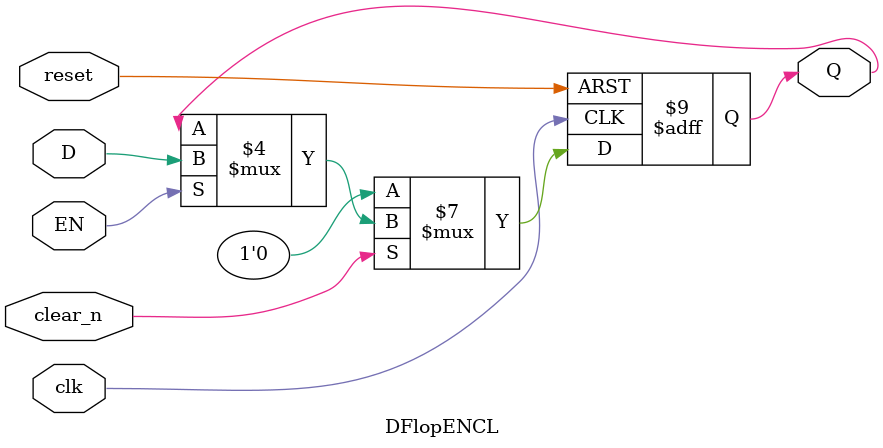
<source format=v>

`default_nettype none

module DFlopENCL (
 input D,
 input EN,
 input clear_n,
 input reset,
 input clk,
 output Q
);
 
 reg Q;
 
 always @(posedge clk or posedge reset)
 begin
     if(reset)               Q<=1'b0;
     else if (clear_n==1'b0) Q<=1'b0;
     else if (EN)            Q<=D;
     else                    Q<=Q;
 end
endmodule

</source>
